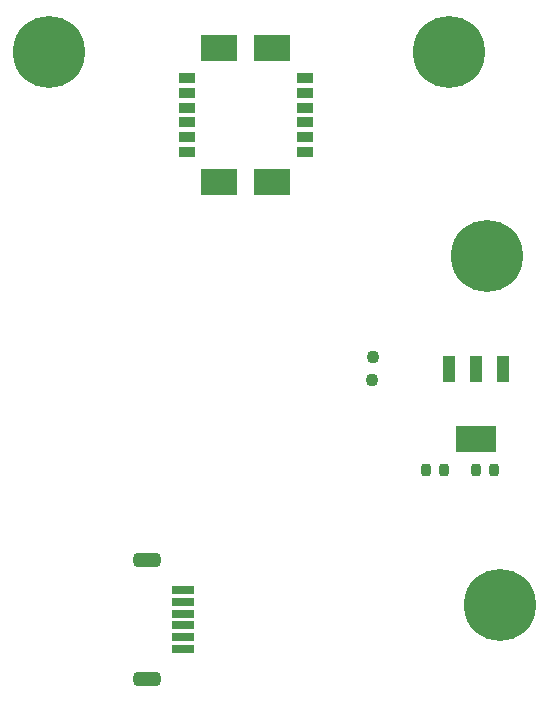
<source format=gts>
G04*
<<<<<<< HEAD
G04 #@! TF.GenerationSoftware,Altium Limited,Altium Designer,24.2.2 (26)*
=======
G04 #@! TF.GenerationSoftware,Altium Limited,Altium Designer,25.1.2 (22)*
>>>>>>> 613e14270cc375eb23a491e7e857863a29f37ea3
G04*
G04 Layer_Color=8388736*
%FSLAX43Y43*%
%MOMM*%
G71*
G04*
<<<<<<< HEAD
G04 #@! TF.SameCoordinates,7AFD8296-B205-43B3-A86C-D23401984E65*
=======
G04 #@! TF.SameCoordinates,67CE9ABA-0E76-4F11-AB49-B23C2CE43B64*
>>>>>>> 613e14270cc375eb23a491e7e857863a29f37ea3
G04*
G04*
G04 #@! TF.FilePolarity,Negative*
G04*
G01*
G75*
%ADD13R,3.400X2.250*%
%ADD14R,1.100X2.250*%
%ADD15R,1.400X0.900*%
%ADD16R,3.100X2.200*%
%ADD17R,1.900X0.800*%
G04:AMPARAMS|DCode=18|XSize=1.2mm|YSize=2.3mm|CornerRadius=0.325mm|HoleSize=0mm|Usage=FLASHONLY|Rotation=90.000|XOffset=0mm|YOffset=0mm|HoleType=Round|Shape=RoundedRectangle|*
%AMROUNDEDRECTD18*
21,1,1.200,1.650,0,0,90.0*
21,1,0.550,2.300,0,0,90.0*
1,1,0.650,0.825,0.275*
1,1,0.650,0.825,-0.275*
1,1,0.650,-0.825,-0.275*
1,1,0.650,-0.825,0.275*
%
%ADD18ROUNDEDRECTD18*%
G04:AMPARAMS|DCode=19|XSize=0.8mm|YSize=1.1mm|CornerRadius=0.225mm|HoleSize=0mm|Usage=FLASHONLY|Rotation=180.000|XOffset=0mm|YOffset=0mm|HoleType=Round|Shape=RoundedRectangle|*
%AMROUNDEDRECTD19*
21,1,0.800,0.650,0,0,180.0*
21,1,0.350,1.100,0,0,180.0*
1,1,0.450,-0.175,0.325*
1,1,0.450,0.175,0.325*
1,1,0.450,0.175,-0.325*
1,1,0.450,-0.175,-0.325*
%
%ADD19ROUNDEDRECTD19*%
%ADD20C,6.100*%
%ADD21C,1.100*%
D13*
X40395Y21364D02*
D03*
D14*
X38095Y27214D02*
D03*
X40395D02*
D03*
X42695D02*
D03*
D15*
X15908Y51890D02*
D03*
Y50640D02*
D03*
Y49390D02*
D03*
X15908Y48140D02*
D03*
X15908Y45640D02*
D03*
Y46890D02*
D03*
X25908Y45640D02*
D03*
Y46890D02*
D03*
X25908Y48140D02*
D03*
X25908Y49390D02*
D03*
Y51890D02*
D03*
Y50640D02*
D03*
D16*
X18658Y54440D02*
D03*
Y43090D02*
D03*
X23158D02*
D03*
Y54440D02*
D03*
D17*
X15598Y8550D02*
D03*
Y5550D02*
D03*
Y6550D02*
D03*
Y3550D02*
D03*
Y4550D02*
D03*
Y7550D02*
D03*
D18*
X12548Y11100D02*
D03*
Y1000D02*
D03*
D19*
X40395Y18669D02*
D03*
X41895D02*
D03*
X37695D02*
D03*
X36195D02*
D03*
D20*
X41331Y36806D02*
D03*
X42406Y7316D02*
D03*
X38156Y54056D02*
D03*
X4256D02*
D03*
D21*
X31644Y28300D02*
D03*
X31623Y26289D02*
D03*
M02*

</source>
